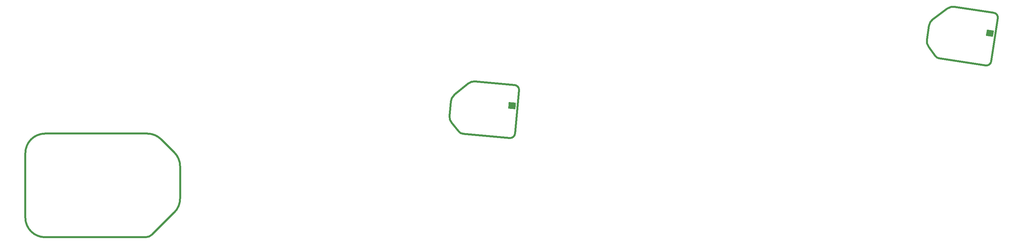
<source format=gbr>
*
G4_C Author: OrCAD GerbTool(tm) 8.1.1 Thu Jun 19 08:57:28 2003*
%LPD*%
%LNstiffbot*%
%FSLAX34Y34*%
%MOIN*%
%AD*%
%AMD26R84*
20,1,0.027000,0.000000,-0.036000,0.000000,0.036000,84.700000*
%
%AMD26R81*
20,1,0.027000,0.000000,-0.036000,0.000000,0.036000,81.300000*
%
%ADD10C,0.010000*%
%ADD11C,0.020000*%
%ADD12D26R84*%
%ADD13D26R81*%
%ADD26R,0.027000X0.072000*%
G4_C OrCAD GerbTool Tool List *
G54D11*
G1X50159Y15142D2*
G75*
G3X49707Y15686I-498J46D1*
G74*
G1X44074Y10909D2*
G75*
G3X44413Y10730I385J320D1*
G74*
G1X49206Y10285D1*
G1X49750Y10737D2*
G1X50159Y15142D1*
G1X49206Y10285D2*
G75*
G3X49750Y10737I46J498D1*
G74*
G1X44074Y10909D2*
G1X43311Y11828D1*
G75*
G2X43085Y12559I769J639D1*
G74*
G1X43218Y13991D1*
G75*
G2X43575Y14668I996J-92D1*
G74*
G1X44975Y15830D1*
G1X45706Y16057D2*
G1X49707Y15686D1*
G1X44975Y15830D2*
G75*
G2X45706Y16057I639J-769D1*
G74*
G54D12*
G1X49434Y13383D3*
G1X49453Y13580D3*
G1X49471Y13779D3*
G1X98865Y22481D2*
G75*
G54D11*
G3X98446Y23051I-494J76D1*
G74*
G1X92539Y18616D2*
G75*
G3X92867Y18417I404J296D1*
G74*
G1X97625Y17689D1*
G1X98195Y18108D2*
G1X98865Y22481D1*
G1X97625Y17689D2*
G75*
G3X98195Y18108I76J494D1*
G74*
G1X92539Y18616D2*
G1X91832Y19579D1*
G75*
G2X91650Y20322I806J592D1*
G74*
G1X91868Y21744D1*
G75*
G2X92264Y22398I989J-151D1*
G74*
G1X93731Y23476D1*
G1X94474Y23658D2*
G1X98446Y23051D1*
G1X93731Y23476D2*
G75*
G2X94474Y23658I592J-806D1*
G74*
G54D13*
G1X98037Y20768D3*
G1X98067Y20964D3*
G1X98097Y21162D3*
G1X12861Y469D2*
G75*
G54D11*
G2X12155Y176I-707J707D1*
G74*
G1X1937Y177D2*
G75*
G2X-63Y2178I0J2000D1*
G74*
G1X-63Y8735D1*
G1X1937Y10735D2*
G75*
G3X-63Y8735I0J-2000D1*
G74*
G1X12155Y177D2*
G1X1937Y177D1*
G1X1937Y10735D2*
G1X12344Y10735D1*
G75*
G2X13758Y10149I0J-2000D1*
G74*
G1X15093Y8814D1*
G75*
G2X15679Y7400I-1414J-1414D1*
G74*
G1X15679Y4116D1*
G1X15093Y2703D2*
G1X12861Y469D1*
G1X15679Y4116D2*
G75*
G2X15093Y2703I-1999J0D1*
M2*

</source>
